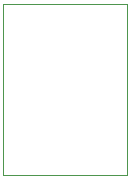
<source format=gbr>
%TF.GenerationSoftware,KiCad,Pcbnew,8.0.1*%
%TF.CreationDate,2024-04-21T18:06:59+02:00*%
%TF.ProjectId,Programmer,50726f67-7261-46d6-9d65-722e6b696361,rev?*%
%TF.SameCoordinates,Original*%
%TF.FileFunction,Profile,NP*%
%FSLAX46Y46*%
G04 Gerber Fmt 4.6, Leading zero omitted, Abs format (unit mm)*
G04 Created by KiCad (PCBNEW 8.0.1) date 2024-04-21 18:06:59*
%MOMM*%
%LPD*%
G01*
G04 APERTURE LIST*
%TA.AperFunction,Profile*%
%ADD10C,0.050000*%
%TD*%
G04 APERTURE END LIST*
D10*
X90750000Y-74500000D02*
X101250000Y-74500000D01*
X101250000Y-89000000D01*
X90750000Y-89000000D01*
X90750000Y-74500000D01*
M02*

</source>
